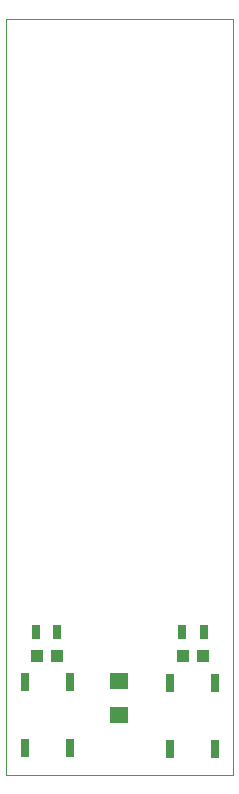
<source format=gtp>
G75*
%MOIN*%
%OFA0B0*%
%FSLAX25Y25*%
%IPPOS*%
%LPD*%
%AMOC8*
5,1,8,0,0,1.08239X$1,22.5*
%
%ADD10C,0.00000*%
%ADD11R,0.06299X0.05512*%
%ADD12R,0.04331X0.03937*%
%ADD13R,0.03150X0.04724*%
%ADD14R,0.03000X0.06000*%
D10*
X0007386Y0001800D02*
X0007386Y0253769D01*
X0083173Y0253769D01*
X0083173Y0001800D01*
X0007386Y0001800D01*
D11*
X0045221Y0021997D03*
X0045221Y0033020D03*
D12*
X0024512Y0041524D03*
X0017819Y0041524D03*
X0066480Y0041524D03*
X0073173Y0041524D03*
D13*
X0073370Y0049477D03*
X0066284Y0049477D03*
X0024630Y0049398D03*
X0017543Y0049398D03*
D14*
X0013902Y0032800D03*
X0013902Y0010800D03*
X0028902Y0010800D03*
X0028902Y0032800D03*
X0062051Y0032446D03*
X0062051Y0010446D03*
X0077051Y0010446D03*
X0077051Y0032446D03*
M02*

</source>
